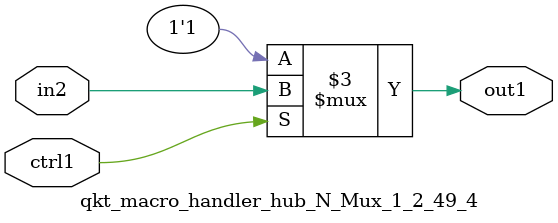
<source format=v>

`timescale 1ps / 1ps


module qkt_macro_handler_hub_N_Mux_1_2_49_4( in2, ctrl1, out1 );

    input in2;
    input ctrl1;
    output out1;
    reg out1;

    
    // rtl_process:qkt_macro_handler_hub_N_Mux_1_2_49_4/qkt_macro_handler_hub_N_Mux_1_2_49_4_thread_1
    always @*
      begin : qkt_macro_handler_hub_N_Mux_1_2_49_4_thread_1
        case (ctrl1) 
          1'b1: 
            begin
              out1 = in2;
            end
          default: 
            begin
              out1 = 1'b1;
            end
        endcase
      end

endmodule



</source>
